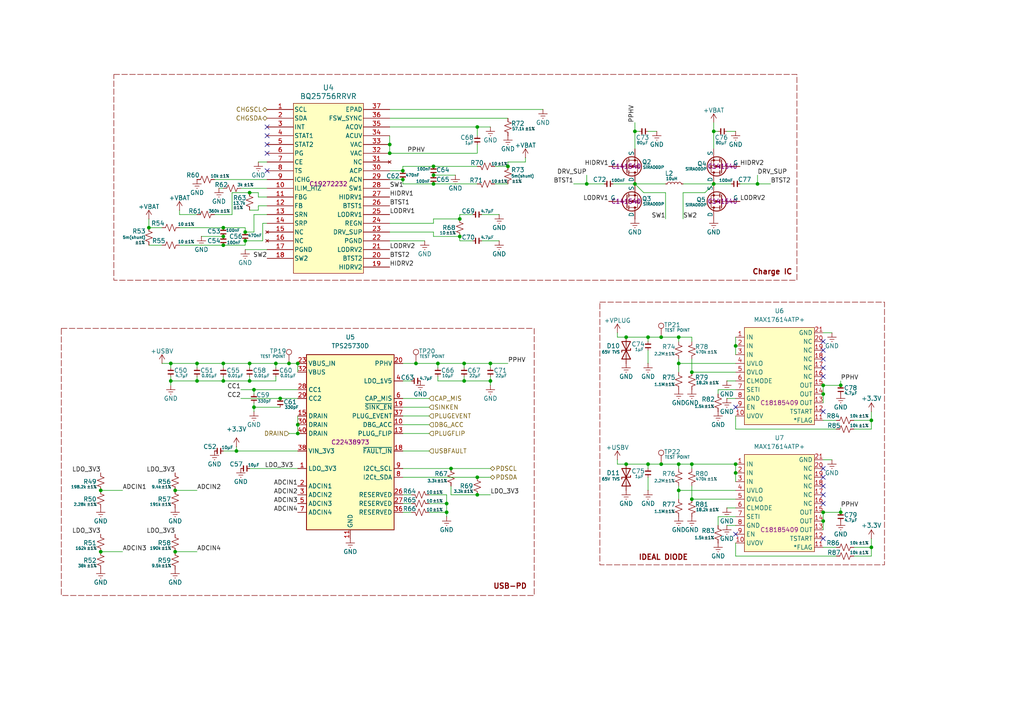
<source format=kicad_sch>
(kicad_sch (version 20250114) (generator "eeschema") (generator_version "9.0")
  (paper "A4")
  (rectangle (start 17.78 95.25) (end 154.94 172.72) (stroke (width 0) (type dash) (color 132 0 0 1)))
  (rectangle (start 33.02 21.59) (end 231.14 81.28) (stroke (width 0) (type dash) (color 132 0 0 1)))
  (rectangle (start 173.99 87.63) (end 256.54 163.83) (stroke (width 0) (type dash) (color 132 0 0 1)))
  (text "IDEAL DIODE" (at 199.644 161.798 0) (effects (font (size 1.524 1.524) (thickness 0.3048) (bold yes)) (justify right)))
  (text "USB-PD" (at 152.908 170.18 0) (effects (font (size 1.524 1.524) (thickness 0.3048) (bold yes)) (justify right)))
  (text "Charge IC" (at 229.87 78.994 0) (effects (font (size 1.524 1.524) (thickness 0.3048) (bold yes)) (justify right)))
  (junction (at 72.39 105.41))
  (junction (at 125.73 48.26))
  (junction (at 252.73 121.92))
  (junction (at 200.66 134.62))
  (junction (at 86.36 105.41))
  (junction (at 133.35 63.5))
  (junction (at 125.73 50.8))
  (junction (at 138.43 36.83))
  (junction (at 73.66 113.03))
  (junction (at 238.76 151.13))
  (junction (at 129.54 146.05))
  (junction (at 142.24 105.41))
  (junction (at 191.77 97.79))
  (junction (at 142.24 110.49))
  (junction (at 71.12 67.31))
  (junction (at 184.15 38.1))
  (junction (at 252.73 158.75))
  (junction (at 238.76 111.76))
  (junction (at 138.43 143.51))
  (junction (at 196.85 97.79))
  (junction (at 170.18 53.34))
  (junction (at 133.35 68.58))
  (junction (at 83.82 105.41))
  (junction (at 238.76 148.59))
  (junction (at 127 105.41))
  (junction (at 134.62 110.49))
  (junction (at 243.84 111.76))
  (junction (at 138.43 138.43))
  (junction (at 57.15 105.41))
  (junction (at 72.39 110.49))
  (junction (at 196.85 142.24))
  (junction (at 49.53 110.49))
  (junction (at 184.15 53.34))
  (junction (at 73.66 118.11))
  (junction (at 64.77 105.41))
  (junction (at 113.03 44.45))
  (junction (at 213.36 137.16))
  (junction (at 50.8 142.24))
  (junction (at 181.61 97.79))
  (junction (at 134.62 105.41))
  (junction (at 71.12 69.85))
  (junction (at 200.66 107.95))
  (junction (at 129.54 148.59))
  (junction (at 207.01 53.34))
  (junction (at 125.73 53.34))
  (junction (at 49.53 105.41))
  (junction (at 68.58 130.81))
  (junction (at 57.15 110.49))
  (junction (at 187.96 134.62))
  (junction (at 207.01 38.1))
  (junction (at 196.85 105.41))
  (junction (at 50.8 160.02))
  (junction (at 64.77 110.49))
  (junction (at 187.96 97.79))
  (junction (at 196.85 134.62))
  (junction (at 64.77 68.58))
  (junction (at 243.84 148.59))
  (junction (at 238.76 114.3))
  (junction (at 116.84 52.07))
  (junction (at 113.03 41.91))
  (junction (at 86.36 125.73))
  (junction (at 80.01 105.41))
  (junction (at 86.36 123.19))
  (junction (at 81.28 115.57))
  (junction (at 116.84 49.53))
  (junction (at 29.21 142.24))
  (junction (at 213.36 134.62))
  (junction (at 29.21 160.02))
  (junction (at 181.61 134.62))
  (junction (at 200.66 144.78))
  (junction (at 120.65 105.41))
  (junction (at 72.39 55.88))
  (junction (at 191.77 134.62))
  (junction (at 43.18 66.04))
  (junction (at 219.71 53.34))
  (junction (at 64.77 66.04))
  (junction (at 64.77 71.12))
  (junction (at 147.32 48.26))
  (junction (at 213.36 100.33))
  (junction (at 130.81 135.89))
  (no_connect (at 213.36 118.11))
  (no_connect (at 213.36 154.94))
  (no_connect (at 238.76 143.51))
  (no_connect (at 77.47 44.45))
  (no_connect (at 238.76 140.97))
  (no_connect (at 238.76 135.89))
  (no_connect (at 238.76 119.38))
  (no_connect (at 238.76 99.06))
  (no_connect (at 77.47 39.37))
  (no_connect (at 238.76 109.22))
  (no_connect (at 238.76 101.6))
  (no_connect (at 238.76 106.68))
  (no_connect (at 238.76 146.05))
  (no_connect (at 238.76 156.21))
  (no_connect (at 77.47 49.53))
  (no_connect (at 77.47 36.83))
  (no_connect (at 238.76 104.14))
  (no_connect (at 238.76 138.43))
  (no_connect (at 77.47 41.91))
  (wire (pts (xy 125.73 64.77) (xy 125.73 63.5)))
  (wire (pts (xy 64.77 130.81) (xy 68.58 130.81)))
  (wire (pts (xy 247.65 158.75) (xy 252.73 158.75)))
  (wire (pts (xy 113.03 67.31) (xy 125.73 67.31)))
  (wire (pts (xy 133.35 69.85) (xy 137.16 69.85)))
  (wire (pts (xy 238.76 111.76) (xy 243.84 111.76)))
  (wire (pts (xy 243.84 110.49) (xy 243.84 111.76)))
  (wire (pts (xy 130.81 135.89) (xy 142.24 135.89)))
  (wire (pts (xy 238.76 151.13) (xy 238.76 153.67)))
  (wire (pts (xy 50.8 160.02) (xy 57.15 160.02)))
  (wire (pts (xy 57.15 109.22) (xy 57.15 110.49)))
  (wire (pts (xy 80.01 109.22) (xy 80.01 110.49)))
  (wire (pts (xy 76.2 69.85) (xy 76.2 64.77)))
  (wire (pts (xy 208.28 38.1) (xy 207.01 38.1)))
  (wire (pts (xy 57.15 110.49) (xy 49.53 110.49)))
  (wire (pts (xy 198.12 55.88) (xy 198.12 63.5)))
  (wire (pts (xy 179.07 96.52) (xy 179.07 97.79)))
  (wire (pts (xy 120.65 105.41) (xy 127 105.41)))
  (wire (pts (xy 80.01 105.41) (xy 83.82 105.41)))
  (wire (pts (xy 138.43 143.51) (xy 142.24 143.51)))
  (wire (pts (xy 219.71 53.34) (xy 214.63 53.34)))
  (wire (pts (xy 113.03 44.45) (xy 138.43 44.45)))
  (wire (pts (xy 186.69 55.88) (xy 193.04 55.88)))
  (wire (pts (xy 142.24 105.41) (xy 142.24 106.68)))
  (wire (pts (xy 212.09 53.34) (xy 207.01 53.34)))
  (wire (pts (xy 213.36 97.79) (xy 213.36 100.33)))
  (wire (pts (xy 187.96 99.06) (xy 187.96 97.79)))
  (wire (pts (xy 77.47 59.69) (xy 74.93 59.69)))
  (wire (pts (xy 242.57 158.75) (xy 238.76 158.75)))
  (wire (pts (xy 124.46 146.05) (xy 129.54 146.05)))
  (wire (pts (xy 247.65 121.92) (xy 252.73 121.92)))
  (wire (pts (xy 76.2 64.77) (xy 77.47 64.77)))
  (wire (pts (xy 62.23 52.07) (xy 77.47 52.07)))
  (wire (pts (xy 124.46 148.59) (xy 129.54 148.59)))
  (wire (pts (xy 130.81 143.51) (xy 138.43 143.51)))
  (wire (pts (xy 213.36 147.32) (xy 210.82 147.32)))
  (wire (pts (xy 223.52 53.34) (xy 219.71 53.34)))
  (wire (pts (xy 152.4 45.72) (xy 152.4 46.99)))
  (wire (pts (xy 129.54 148.59) (xy 129.54 149.86)))
  (wire (pts (xy 86.36 120.65) (xy 86.36 123.19)))
  (wire (pts (xy 52.07 66.04) (xy 64.77 66.04)))
  (wire (pts (xy 184.15 38.1) (xy 184.15 43.18)))
  (wire (pts (xy 247.65 124.46) (xy 252.73 124.46)))
  (wire (pts (xy 238.76 148.59) (xy 243.84 148.59)))
  (wire (pts (xy 71.12 69.85) (xy 76.2 69.85)))
  (wire (pts (xy 113.03 41.91) (xy 113.03 44.45)))
  (wire (pts (xy 77.47 46.99) (xy 74.93 46.99)))
  (wire (pts (xy 207.01 35.56) (xy 207.01 38.1)))
  (wire (pts (xy 74.93 60.96) (xy 72.39 60.96)))
  (wire (pts (xy 181.61 134.62) (xy 187.96 134.62)))
  (wire (pts (xy 138.43 41.91) (xy 138.43 44.45)))
  (wire (pts (xy 190.5 38.1) (xy 187.96 38.1)))
  (wire (pts (xy 72.39 110.49) (xy 64.77 110.49)))
  (wire (pts (xy 63.5 54.61) (xy 64.77 54.61)))
  (wire (pts (xy 179.07 134.62) (xy 181.61 134.62)))
  (wire (pts (xy 69.85 54.61) (xy 77.47 54.61)))
  (wire (pts (xy 213.36 161.29) (xy 213.36 157.48)))
  (wire (pts (xy 86.36 123.19) (xy 86.36 125.73)))
  (wire (pts (xy 137.16 62.23) (xy 133.35 62.23)))
  (wire (pts (xy 49.53 105.41) (xy 49.53 106.68)))
  (wire (pts (xy 127 106.68) (xy 127 105.41)))
  (wire (pts (xy 71.12 67.31) (xy 73.66 67.31)))
  (wire (pts (xy 46.99 66.04) (xy 43.18 66.04)))
  (wire (pts (xy 198.12 53.34) (xy 207.01 53.34)))
  (wire (pts (xy 73.66 113.03) (xy 73.66 114.3)))
  (wire (pts (xy 143.51 48.26) (xy 147.32 48.26)))
  (wire (pts (xy 125.73 50.8) (xy 132.08 50.8)))
  (wire (pts (xy 71.12 67.31) (xy 71.12 66.04)))
  (wire (pts (xy 208.28 113.03) (xy 213.36 113.03)))
  (wire (pts (xy 252.73 156.21) (xy 252.73 158.75)))
  (wire (pts (xy 64.77 109.22) (xy 64.77 110.49)))
  (wire (pts (xy 113.03 49.53) (xy 116.84 49.53)))
  (wire (pts (xy 127 110.49) (xy 134.62 110.49)))
  (wire (pts (xy 116.84 135.89) (xy 130.81 135.89)))
  (wire (pts (xy 152.4 46.99) (xy 147.32 46.99)))
  (wire (pts (xy 187.96 134.62) (xy 191.77 134.62)))
  (wire (pts (xy 196.85 135.89) (xy 196.85 134.62)))
  (wire (pts (xy 207.01 53.34) (xy 204.47 55.88)))
  (wire (pts (xy 252.73 158.75) (xy 252.73 161.29)))
  (wire (pts (xy 77.47 57.15) (xy 74.93 57.15)))
  (wire (pts (xy 49.53 109.22) (xy 49.53 110.49)))
  (wire (pts (xy 142.24 110.49) (xy 142.24 111.76)))
  (wire (pts (xy 196.85 140.97) (xy 196.85 142.24)))
  (wire (pts (xy 64.77 110.49) (xy 57.15 110.49)))
  (wire (pts (xy 116.84 138.43) (xy 138.43 138.43)))
  (wire (pts (xy 196.85 142.24) (xy 213.36 142.24)))
  (wire (pts (xy 207.01 38.1) (xy 207.01 43.18)))
  (wire (pts (xy 113.03 52.07) (xy 116.84 52.07)))
  (wire (pts (xy 83.82 125.73) (xy 86.36 125.73)))
  (wire (pts (xy 210.82 115.57) (xy 213.36 115.57)))
  (wire (pts (xy 116.84 105.41) (xy 120.65 105.41)))
  (wire (pts (xy 29.21 142.24) (xy 35.56 142.24)))
  (wire (pts (xy 72.39 55.88) (xy 67.31 55.88)))
  (wire (pts (xy 43.18 63.5) (xy 43.18 66.04)))
  (wire (pts (xy 143.51 53.34) (xy 147.32 53.34)))
  (wire (pts (xy 125.73 67.31) (xy 125.73 68.58)))
  (wire (pts (xy 113.03 34.29) (xy 147.32 34.29)))
  (wire (pts (xy 52.07 60.96) (xy 52.07 62.23)))
  (wire (pts (xy 142.24 105.41) (xy 147.32 105.41)))
  (wire (pts (xy 50.8 142.24) (xy 57.15 142.24)))
  (wire (pts (xy 129.54 143.51) (xy 129.54 146.05)))
  (wire (pts (xy 196.85 104.14) (xy 196.85 105.41)))
  (wire (pts (xy 64.77 105.41) (xy 72.39 105.41)))
  (wire (pts (xy 124.46 130.81) (xy 116.84 130.81)))
  (wire (pts (xy 134.62 105.41) (xy 142.24 105.41)))
  (wire (pts (xy 64.77 71.12) (xy 71.12 71.12)))
  (wire (pts (xy 72.39 105.41) (xy 80.01 105.41)))
  (wire (pts (xy 124.46 125.73) (xy 116.84 125.73)))
  (wire (pts (xy 125.73 63.5) (xy 133.35 63.5)))
  (wire (pts (xy 46.99 105.41) (xy 49.53 105.41)))
  (wire (pts (xy 57.15 105.41) (xy 57.15 106.68)))
  (wire (pts (xy 68.58 129.54) (xy 68.58 130.81)))
  (wire (pts (xy 124.46 115.57) (xy 116.84 115.57)))
  (wire (pts (xy 119.38 143.51) (xy 116.84 143.51)))
  (wire (pts (xy 210.82 152.4) (xy 213.36 152.4)))
  (wire (pts (xy 64.77 105.41) (xy 64.77 106.68)))
  (wire (pts (xy 119.38 146.05) (xy 116.84 146.05)))
  (wire (pts (xy 213.36 124.46) (xy 213.36 120.65)))
  (wire (pts (xy 116.84 48.26) (xy 116.84 49.53)))
  (wire (pts (xy 196.85 97.79) (xy 200.66 97.79)))
  (wire (pts (xy 184.15 53.34) (xy 186.69 55.88)))
  (wire (pts (xy 187.96 142.24) (xy 187.96 138.43)))
  (wire (pts (xy 129.54 146.05) (xy 129.54 148.59)))
  (wire (pts (xy 241.3 133.35) (xy 238.76 133.35)))
  (wire (pts (xy 86.36 105.41) (xy 86.36 107.95)))
  (wire (pts (xy 138.43 36.83) (xy 138.43 39.37)))
  (wire (pts (xy 68.58 130.81) (xy 86.36 130.81)))
  (wire (pts (xy 138.43 36.83) (xy 142.24 36.83)))
  (wire (pts (xy 125.73 48.26) (xy 116.84 48.26)))
  (wire (pts (xy 49.53 110.49) (xy 49.53 111.76)))
  (wire (pts (xy 125.73 48.26) (xy 138.43 48.26)))
  (wire (pts (xy 71.12 72.39) (xy 77.47 72.39)))
  (wire (pts (xy 200.66 104.14) (xy 200.66 107.95)))
  (wire (pts (xy 73.66 113.03) (xy 86.36 113.03)))
  (wire (pts (xy 73.66 67.31) (xy 73.66 62.23)))
  (wire (pts (xy 124.46 118.11) (xy 116.84 118.11)))
  (wire (pts (xy 116.84 53.34) (xy 116.84 52.07)))
  (wire (pts (xy 74.93 55.88) (xy 72.39 55.88)))
  (wire (pts (xy 241.3 96.52) (xy 238.76 96.52)))
  (wire (pts (xy 179.07 133.35) (xy 179.07 134.62)))
  (wire (pts (xy 252.73 119.38) (xy 252.73 121.92)))
  (wire (pts (xy 69.85 115.57) (xy 81.28 115.57)))
  (wire (pts (xy 80.01 110.49) (xy 72.39 110.49)))
  (wire (pts (xy 124.46 123.19) (xy 116.84 123.19)))
  (wire (pts (xy 113.03 39.37) (xy 113.03 41.91)))
  (wire (pts (xy 52.07 71.12) (xy 64.77 71.12)))
  (wire (pts (xy 71.12 69.85) (xy 71.12 71.12)))
  (wire (pts (xy 213.36 100.33) (xy 213.36 102.87)))
  (wire (pts (xy 125.73 53.34) (xy 116.84 53.34)))
  (wire (pts (xy 119.38 148.59) (xy 116.84 148.59)))
  (wire (pts (xy 238.76 114.3) (xy 238.76 116.84)))
  (wire (pts (xy 187.96 105.41) (xy 187.96 101.6)))
  (wire (pts (xy 127 105.41) (xy 134.62 105.41)))
  (wire (pts (xy 200.66 134.62) (xy 213.36 134.62)))
  (wire (pts (xy 208.28 149.86) (xy 213.36 149.86)))
  (wire (pts (xy 184.15 35.56) (xy 184.15 38.1)))
  (wire (pts (xy 193.04 55.88) (xy 193.04 63.5)))
  (wire (pts (xy 179.07 97.79) (xy 181.61 97.79)))
  (wire (pts (xy 242.57 161.29) (xy 213.36 161.29)))
  (wire (pts (xy 123.19 69.85) (xy 113.03 69.85)))
  (wire (pts (xy 242.57 121.92) (xy 238.76 121.92)))
  (wire (pts (xy 125.73 53.34) (xy 138.43 53.34)))
  (wire (pts (xy 142.24 110.49) (xy 134.62 110.49)))
  (wire (pts (xy 187.96 135.89) (xy 187.96 134.62)))
  (wire (pts (xy 49.53 105.41) (xy 57.15 105.41)))
  (wire (pts (xy 170.18 50.8) (xy 170.18 53.34)))
  (wire (pts (xy 72.39 135.89) (xy 86.36 135.89)))
  (wire (pts (xy 124.46 143.51) (xy 129.54 143.51)))
  (wire (pts (xy 142.24 109.22) (xy 142.24 110.49)))
  (wire (pts (xy 213.36 134.62) (xy 213.36 137.16)))
  (wire (pts (xy 181.61 97.79) (xy 187.96 97.79)))
  (wire (pts (xy 134.62 105.41) (xy 134.62 106.68)))
  (wire (pts (xy 130.81 140.97) (xy 130.81 143.51)))
  (wire (pts (xy 200.66 97.79) (xy 200.66 99.06)))
  (wire (pts (xy 208.28 149.86) (xy 208.28 152.4)))
  (wire (pts (xy 177.8 53.34) (xy 184.15 53.34)))
  (wire (pts (xy 144.78 69.85) (xy 139.7 69.85)))
  (wire (pts (xy 191.77 134.62) (xy 196.85 134.62)))
  (wire (pts (xy 72.39 109.22) (xy 72.39 110.49)))
  (wire (pts (xy 144.78 62.23) (xy 139.7 62.23)))
  (wire (pts (xy 238.76 111.76) (xy 238.76 114.3)))
  (wire (pts (xy 74.93 59.69) (xy 74.93 60.96)))
  (wire (pts (xy 213.36 110.49) (xy 210.82 110.49)))
  (wire (pts (xy 238.76 148.59) (xy 238.76 151.13)))
  (wire (pts (xy 243.84 147.32) (xy 243.84 148.59)))
  (wire (pts (xy 73.66 62.23) (xy 77.47 62.23)))
  (wire (pts (xy 242.57 124.46) (xy 213.36 124.46)))
  (wire (pts (xy 196.85 144.78) (xy 196.85 142.24)))
  (wire (pts (xy 46.99 71.12) (xy 43.18 71.12)))
  (wire (pts (xy 213.36 137.16) (xy 213.36 139.7)))
  (wire (pts (xy 198.12 55.88) (xy 204.47 55.88)))
  (wire (pts (xy 113.03 36.83) (xy 138.43 36.83)))
  (wire (pts (xy 64.77 66.04) (xy 71.12 66.04)))
  (wire (pts (xy 219.71 50.8) (xy 219.71 53.34)))
  (wire (pts (xy 69.85 113.03) (xy 73.66 113.03)))
  (wire (pts (xy 196.85 134.62) (xy 200.66 134.62)))
  (wire (pts (xy 74.93 55.88) (xy 74.93 57.15)))
  (wire (pts (xy 83.82 105.41) (xy 86.36 105.41)))
  (wire (pts (xy 81.28 115.57) (xy 86.36 115.57)))
  (wire (pts (xy 52.07 62.23) (xy 57.15 62.23)))
  (wire (pts (xy 252.73 121.92) (xy 252.73 124.46)))
  (wire (pts (xy 133.35 62.23) (xy 133.35 63.5)))
  (wire (pts (xy 127 109.22) (xy 127 110.49)))
  (wire (pts (xy 57.15 105.41) (xy 64.77 105.41)))
  (wire (pts (xy 133.35 68.58) (xy 133.35 69.85)))
  (wire (pts (xy 64.77 68.58) (xy 58.42 68.58)))
  (wire (pts (xy 191.77 97.79) (xy 196.85 97.79)))
  (wire (pts (xy 196.85 105.41) (xy 213.36 105.41)))
  (wire (pts (xy 67.31 55.88) (xy 67.31 62.23)))
  (wire (pts (xy 125.73 68.58) (xy 133.35 68.58)))
  (wire (pts (xy 125.73 64.77) (xy 113.03 64.77)))
  (wire (pts (xy 200.66 144.78) (xy 213.36 144.78)))
  (wire (pts (xy 134.62 109.22) (xy 134.62 110.49)))
  (wire (pts (xy 200.66 107.95) (xy 213.36 107.95)))
  (wire (pts (xy 147.32 46.99) (xy 147.32 48.26)))
  (wire (pts (xy 187.96 97.79) (xy 191.77 97.79)))
  (wire (pts (xy 73.66 116.84) (xy 73.66 118.11)))
  (wire (pts (xy 200.66 140.97) (xy 200.66 144.78)))
  (wire (pts (xy 247.65 161.29) (xy 252.73 161.29)))
  (wire (pts (xy 119.38 110.49) (xy 116.84 110.49)))
  (wire (pts (xy 29.21 160.02) (xy 35.56 160.02)))
  (wire (pts (xy 157.48 31.75) (xy 113.03 31.75)))
  (wire (pts (xy 170.18 53.34) (xy 175.26 53.34)))
  (wire (pts (xy 124.46 120.65) (xy 116.84 120.65)))
  (wire (pts (xy 138.43 138.43) (xy 142.24 138.43)))
  (wire (pts (xy 196.85 99.06) (xy 196.85 97.79)))
  (wire (pts (xy 184.15 53.34) (xy 193.04 53.34)))
  (wire (pts (xy 208.28 113.03) (xy 208.28 114.3)))
  (wire (pts (xy 200.66 134.62) (xy 200.66 135.89)))
  (wire (pts (xy 166.37 53.34) (xy 170.18 53.34)))
  (wire (pts (xy 80.01 106.68) (xy 80.01 105.41)))
  (wire (pts (xy 196.85 105.41) (xy 196.85 107.95)))
  (wire (pts (xy 72.39 105.41) (xy 72.39 106.68)))
  (wire (pts (xy 62.23 62.23) (xy 67.31 62.23)))
  (wire (pts (xy 73.66 118.11) (xy 81.28 118.11)))
  (wire (pts (xy 185.42 38.1) (xy 184.15 38.1)))
  (wire (pts (xy 73.66 118.11) (xy 73.66 119.38)))
  (wire (pts (xy 213.36 38.1) (xy 210.82 38.1)))
  (label "BTST1" (at 113.03 59.69 0))
  (label "LDO_3V3" (at 85.09 135.89 180))
  (label "PPHV" (at 118.11 44.45 0) (effects (font (thickness 0.1588))))
  (label "SW1" (at 193.04 63.5 180))
  (label "SW2" (at 198.12 63.5 0))
  (label "BTST2" (at 223.52 53.34 0))
  (label "SW2" (at 77.47 74.93 180))
  (label "LDO_3V3" (at 142.24 143.51 0))
  (label "LODRV2" (at 214.63 58.42 0))
  (label "ADCIN4" (at 57.15 160.02 0))
  (label "ADCIN1" (at 35.56 142.24 0))
  (label "BTST1" (at 166.37 53.34 180))
  (label "HIDRV1" (at 176.53 48.26 180))
  (label "HIDRV2" (at 214.63 48.26 0))
  (label "LODRV1" (at 176.53 58.42 180))
  (label "HIDRV1" (at 113.03 57.15 0))
  (label "PPHV" (at 184.15 35.56 90) (effects (font (thickness 0.1588))))
  (label "LDO_3V3" (at 29.21 137.16 180))
  (label "CC1" (at 69.85 113.03 180))
  (label "PPHV" (at 243.84 147.32 0) (effects (font (thickness 0.1588))))
  (label "ADCIN3" (at 35.56 160.02 0))
  (label "HIDRV2" (at 113.03 77.47 0))
  (label "ADCIN1" (at 86.36 140.97 180))
  (label "LDO_3V3" (at 29.21 154.94 180))
  (label "LODRV1" (at 113.03 62.23 0))
  (label "CC2" (at 69.85 115.57 180))
  (label "ADCIN2" (at 57.15 142.24 0))
  (label "SW1" (at 113.03 54.61 0))
  (label "PPHV" (at 243.84 110.49 0) (effects (font (thickness 0.1588))))
  (label "LODRV2" (at 113.03 72.39 0))
  (label "ADCIN3" (at 86.36 146.05 180))
  (label "BTST2" (at 113.03 74.93 0))
  (label "ADCIN2" (at 86.36 143.51 180))
  (label "PPHV" (at 147.32 105.41 0) (effects (font (thickness 0.1588))))
  (label "DRV_SUP" (at 170.18 50.8 180))
  (label "ADCIN4" (at 86.36 148.59 180))
  (label "LDO_3V3" (at 50.8 154.94 180))
  (label "DRV_SUP" (at 219.71 50.8 0))
  (label "LDO_3V3" (at 50.8 137.16 180))
  (hierarchical_label "CAP_MIS" (shape input) (at 124.46 115.57 0))
  (hierarchical_label "CHGSDA" (shape bidirectional) (at 77.47 34.29 180))
  (hierarchical_label "DRAIN" (shape input) (at 83.82 125.73 180))
  (hierarchical_label "PDSDA" (shape bidirectional) (at 142.24 138.43 0) (effects (font (thickness 0.1588))))
  (hierarchical_label "PLUGEVENT" (shape input) (at 124.46 120.65 0))
  (hierarchical_label "USBFAULT" (shape input) (at 124.46 130.81 0))
  (hierarchical_label "PLUGFLIP" (shape input) (at 124.46 125.73 0))
  (hierarchical_label "PDSCL" (shape bidirectional) (at 142.24 135.89 0) (effects (font (thickness 0.1588))))
  (hierarchical_label "CHGSCL" (shape bidirectional) (at 77.47 31.75 180))
  (hierarchical_label "SINKEN" (shape input) (at 124.46 118.11 0))
  (hierarchical_label "DBG_ACC" (shape input) (at 124.46 123.19 0))
  (symbol (lib_name "C_Small_1") (lib_id "Device:C_Small") (at 72.39 107.95 180) (unit 1)
    (property "Reference" "C58" (at 77.216 107.442 0) (effects (justify left)))
    (property "Value" "0.01µF" (at 78.232 108.966 0) (effects (font (size 0.8467 0.8467)) (justify left)))
    (property "Footprint" "Capacitor_SMD:C_0402_1005Metric" (effects (hide yes)))
    (property "Description" "Unpolarized capacitor, small symbol" (effects (hide yes)))
  )
  (symbol (lib_id "power:Earth") (at 208.28 157.48 0) (mirror y) (unit 1)
    (property "Reference" "#PWR094" (effects (hide yes)))
    (property "Value" "GND" (at 208.28 161.29 0))
    (property "Description" "Power symbol creates a global label with name \"Earth\"" (effects (hide yes)))
  )
  (symbol (lib_id "power:Earth") (at 62.23 130.81 0) (unit 1)
    (property "Reference" "#PWR060" (effects (hide yes)))
    (property "Value" "GND" (at 62.23 134.62 0))
    (property "Description" "Power symbol creates a global label with name \"Earth\"" (effects (hide yes)))
  )
  (symbol (lib_id "power:Earth") (at 129.54 149.86 0) (unit 1)
    (property "Reference" "#PWR070" (effects (hide yes)))
    (property "Value" "GND" (at 129.54 153.67 0))
    (property "Description" "Power symbol creates a global label with name \"Earth\"" (effects (hide yes)))
  )
  (symbol (lib_id "Device:R_Small_US") (at 245.11 161.29 90) (unit 1)
    (property "Reference" "R87" (at 243.84 160.274 90) (effects (justify left)))
    (property "Value" "10k" (at 248.92 160.274 90) (effects (font (size 0.8467 0.8467)) (justify left)))
    (property "Footprint" "Resistor_SMD:R_0402_1005Metric" (effects (hide yes)))
    (property "Description" "Resistor, small US symbol" (effects (hide yes)))
    (property "Tolerance" "±1%" (at 251.968 160.274 90) (effects (font (size 0.8467 0.8467)) (justify left)))
  )
  (symbol (lib_id "Device:R_Small_US") (at 29.21 162.56 0) (unit 1)
    (property "Reference" "R52" (at 24.13 162.56 0) (effects (justify left)))
    (property "Value" "38k" (at 22.606 164.084 0) (effects (font (size 0.8467 0.8467)) (justify left)))
    (property "Footprint" "Resistor_SMD:R_0402_1005Metric" (effects (hide yes)))
    (property "Description" "Resistor, small US symbol" (effects (hide yes)))
    (property "Tolerance" "±1%" (at 25.146 164.084 0) (effects (font (size 0.8467 0.8467)) (justify left)))
  )
  (symbol (lib_id "power:Earth") (at 187.96 142.24 0) (mirror y) (unit 1)
    (property "Reference" "#PWR085" (effects (hide yes)))
    (property "Value" "GND" (at 187.96 146.05 0))
    (property "Description" "Power symbol creates a global label with name \"Earth\"" (effects (hide yes)))
  )
  (symbol (lib_name "C_Small_1") (lib_id "Device:C_Small") (at 187.96 100.33 0) (mirror x) (unit 1)
    (property "Reference" "C74" (at 183.134 99.822 0) (effects (justify left)))
    (property "Value" "1µF" (at 184.15 101.346 0) (effects (font (size 0.8467 0.8467)) (justify left)))
    (property "Footprint" "Capacitor_SMD:C_0402_1005Metric" (effects (hide yes)))
    (property "Description" "Unpolarized capacitor, small symbol" (effects (hide yes)))
  )
  (symbol (lib_name "C_Small_1") (lib_id "Device:C_Small") (at 187.96 137.16 0) (mirror x) (unit 1)
    (property "Reference" "C75" (at 183.134 136.652 0) (effects (justify left)))
    (property "Value" "1µF" (at 184.15 138.176 0) (effects (font (size 0.8467 0.8467)) (justify left)))
    (property "Footprint" "Capacitor_SMD:C_0402_1005Metric" (effects (hide yes)))
    (property "Description" "Unpolarized capacitor, small symbol" (effects (hide yes)))
  )
  (symbol (lib_name "C_Small_1") (lib_id "Device:C_Small") (at 138.43 40.64 180) (unit 1)
    (property "Reference" "C68" (at 137.414 39.878 0) (effects (justify left)))
    (property "Value" "1µF" (at 137.414 41.402 0) (effects (font (size 0.8467 0.8467)) (justify left)))
    (property "Footprint" "Capacitor_SMD:C_0402_1005Metric" (effects (hide yes)))
    (property "Description" "Unpolarized capacitor, small symbol" (effects (hide yes)))
  )
  (symbol (lib_id "power:Earth") (at 200.66 113.03 0) (mirror y) (unit 1)
    (property "Reference" "#PWR089" (effects (hide yes)))
    (property "Value" "GND" (at 200.66 116.84 0))
    (property "Description" "Power symbol creates a global label with name \"Earth\"" (effects (hide yes)))
  )
  (symbol (lib_id "power:Earth") (at 208.28 119.38 0) (mirror y) (unit 1)
    (property "Reference" "#PWR093" (effects (hide yes)))
    (property "Value" "GND" (at 208.28 123.19 0))
    (property "Description" "Power symbol creates a global label with name \"Earth\"" (effects (hide yes)))
  )
  (symbol (lib_name "C_Small_1") (lib_id "Device:C_Small") (at 138.43 69.85 270) (unit 1)
    (property "Reference" "C70" (at 133.858 68.834 90) (effects (justify left)))
    (property "Value" "4.7µF" (at 139.446 68.834 90) (effects (font (size 0.8467 0.8467)) (justify left)))
    (property "Footprint" "Capacitor_SMD:C_0402_1005Metric" (effects (hide yes)))
    (property "Description" "Unpolarized capacitor, small symbol" (effects (hide yes)))
  )
  (symbol (lib_id "Device:R_Small_US") (at 130.81 138.43 0) (unit 1)
    (property "Reference" "R67" (at 125.984 137.414 0) (effects (justify left)))
    (property "Value" "3.3k" (at 123.952 139.446 0) (effects (font (size 0.8467 0.8467)) (justify left)))
    (property "Footprint" "Resistor_SMD:R_0402_1005Metric" (effects (hide yes)))
    (property "Description" "Resistor, small US symbol" (effects (hide yes)))
    (property "Tolerance" "±1%" (at 126.746 139.446 0) (effects (font (size 0.8467 0.8467)) (justify left)))
  )
  (symbol (lib_id "power:Earth") (at 101.6 156.21 0) (unit 1)
    (property "Reference" "#PWR067" (effects (hide yes)))
    (property "Value" "GND" (at 101.6 160.02 0))
    (property "Description" "Power symbol creates a global label with name \"Earth\"" (effects (hide yes)))
  )
  (symbol (lib_name "C_Small_1") (lib_id "Device:C_Small") (at 120.65 110.49 90) (mirror x) (unit 1)
    (property "Reference" "C63" (at 120.142 109.474 90) (effects (justify left)))
    (property "Value" "4.7µF" (at 125.476 109.728 90) (effects (font (size 0.8467 0.8467)) (justify left)))
    (property "Footprint" "Capacitor_SMD:C_0402_1005Metric" (effects (hide yes)))
    (property "Description" "Unpolarized capacitor, small symbol" (effects (hide yes)))
  )
  (symbol (lib_id "power:Earth") (at 181.61 105.41 0) (mirror y) (unit 1)
    (property "Reference" "#PWR081" (effects (hide yes)))
    (property "Value" "GND" (at 181.61 109.22 0))
    (property "Description" "Power symbol creates a global label with name \"Earth\"" (effects (hide yes)))
  )
  (symbol (lib_id "components:MAX17614ATP+") (at 226.06 153.67 0) (unit 1)
    (property "Reference" "U7" (at 226.06 127 0))
    (property "Value" "MAX17614ATP+" (at 226.06 129.54 0))
    (property "Footprint" "Package_DFN_QFN:TQFN-20-1EP_4x4mm_P0.5mm_EP2.7x2.7mm" (effects (hide yes)))
    (property "Datasheet" "https://www.lcsc.com/datasheet/lcsc_datasheet_2501081103_Analog-Devices-Inc--Maxim-Integrated-MAX17614ATP-_C18185409.pdf" (effects (hide yes)))
    (property "MPN" "C18185409" (at 226.06 153.67 0))
  )
  (symbol (lib_id "Device:R_Small_US") (at 208.28 116.84 0) (unit 1)
    (property "Reference" "R82" (at 203.454 115.824 0) (effects (justify left)))
    (property "Value" "1.5k" (at 201.422 117.856 0) (effects (font (size 0.8467 0.8467)) (justify left)))
    (property "Footprint" "Resistor_SMD:R_0402_1005Metric" (effects (hide yes)))
    (property "Description" "Resistor, small US symbol" (effects (hide yes)))
    (property "Tolerance" "±1%" (at 204.216 117.856 0) (effects (font (size 0.8467 0.8467)) (justify left)))
  )
  (symbol (lib_name "C_Small_1") (lib_id "Device:C_Small") (at 243.84 149.86 180) (unit 1)
    (property "Reference" "C79" (at 248.666 149.352 0) (effects (justify left)))
    (property "Value" "4.7µF" (at 248.666 150.876 0) (effects (font (size 0.8467 0.8467)) (justify left)))
    (property "Footprint" "Capacitor_SMD:C_0402_1005Metric" (effects (hide yes)))
    (property "Description" "Unpolarized capacitor, small symbol" (effects (hide yes)))
  )
  (symbol (lib_id "Device:R_Small_US") (at 29.21 144.78 0) (unit 1)
    (property "Reference" "R50" (at 24.13 144.78 0) (effects (justify left)))
    (property "Value" "2.28k" (at 21.336 146.304 0) (effects (font (size 0.8467 0.8467)) (justify left)))
    (property "Footprint" "Resistor_SMD:R_0402_1005Metric" (effects (hide yes)))
    (property "Description" "Resistor, small US symbol" (effects (hide yes)))
    (property "Tolerance" "±1%" (at 25.146 146.304 0) (effects (font (size 0.8467 0.8467)) (justify left)))
  )
  (symbol (lib_id "Device:R_Small_US") (at 200.66 110.49 0) (mirror y) (unit 1)
    (property "Reference" "R79" (at 205.486 109.474 0) (effects (justify left)))
    (property "Value" "18.2k" (at 205.486 110.998 0) (effects (font (size 0.8467 0.8467)) (justify left)))
    (property "Footprint" "Resistor_SMD:R_0402_1005Metric" (effects (hide yes)))
    (property "Description" "Resistor, small US symbol" (effects (hide yes)))
    (property "Tolerance" "±1%" (at 208.534 110.998 0) (effects (font (size 0.8467 0.8467)) (justify left)))
  )
  (symbol (lib_id "Device:R_Small_US") (at 208.28 154.94 0) (unit 1)
    (property "Reference" "R83" (at 203.454 153.924 0) (effects (justify left)))
    (property "Value" "1.5k" (at 201.422 155.956 0) (effects (font (size 0.8467 0.8467)) (justify left)))
    (property "Footprint" "Resistor_SMD:R_0402_1005Metric" (effects (hide yes)))
    (property "Description" "Resistor, small US symbol" (effects (hide yes)))
    (property "Tolerance" "±1%" (at 204.216 155.956 0) (effects (font (size 0.8467 0.8467)) (justify left)))
  )
  (symbol (lib_id "power:+3.3V") (at 252.73 156.21 0) (unit 1)
    (property "Reference" "#PWR0105" (effects (hide yes)))
    (property "Value" "+3.3V" (at 252.73 152.4 0))
    (property "Description" "Power symbol creates a global label with name \"+3.3V\"" (effects (hide yes)))
  )
  (symbol (lib_id "Simulation_SPICE:NMOS") (at 181.61 48.26 0) (mirror x) (unit 1)
    (property "Reference" "Q2" (at 186.182 46.99 0) (effects (justify left)))
    (property "Value" "SiRA00DP" (at 186.436 48.514 0) (effects (font (size 0.8467 0.8467)) (justify left)))
    (property "Footprint" "Package_SO:PowerPAK_SO-8_Single" (effects (hide yes)))
    (property "Datasheet" "https://www.vishay.com/docs/63780/sira00dp.pdf" (effects (hide yes)))
    (property "Description" "N-MOSFET transistor, drain/source/gate" (effects (hide yes)))
    (property "Sim.Device" "NMOS" (effects (hide yes)))
    (property "Sim.Type" "VDMOS" (effects (hide yes)))
    (property "Sim.Pins" "1=D 2=G 3=S" (effects (hide yes)))
    (property "MPN" "C141540" (at 181.61 48.26 0))
  )
  (symbol (lib_id "Device:D_TVS") (at 181.61 101.6 270) (mirror x) (unit 1)
    (property "Reference" "D10" (at 179.832 100.3299 90) (effects (justify right)))
    (property "Value" "65V TVS" (at 179.832 102.108 90) (effects (font (size 0.8467 0.8467)) (justify right)))
    (property "Footprint" "Diode_SMD:D_0402_1005Metric" (effects (hide yes)))
    (property "Description" "Bidirectional transient-voltage-suppression diode" (effects (hide yes)))
    (property "LCSC#" "C1973257" (effects (hide yes)))
  )
  (symbol (lib_id "power:+5V") (at 43.18 63.5 0) (unit 1)
    (property "Reference" "#PWR052" (effects (hide yes)))
    (property "Value" "+VBAT" (at 43.18 59.944 0))
    (property "Description" "Power symbol creates a global label with name \"+5V\"" (effects (hide yes)))
  )
  (symbol (lib_name "C_Small_1") (lib_id "Device:C_Small") (at 213.36 53.34 90) (mirror x) (unit 1)
    (property "Reference" "C77" (at 217.932 52.07 90) (effects (justify left)))
    (property "Value" "100nF" (at 212.598 52.324 90) (effects (font (size 0.8467 0.8467)) (justify left)))
    (property "Footprint" "Capacitor_SMD:C_0402_1005Metric" (effects (hide yes)))
    (property "Description" "Unpolarized capacitor, small symbol" (effects (hide yes)))
  )
  (symbol (lib_id "Device:R_Small_US") (at 200.66 101.6 0) (mirror y) (unit 1)
    (property "Reference" "R78" (at 205.486 100.584 0) (effects (justify left)))
    (property "Value" "470k" (at 204.978 102.108 0) (effects (font (size 0.8467 0.8467)) (justify left)))
    (property "Footprint" "Resistor_SMD:R_0402_1005Metric" (effects (hide yes)))
    (property "Description" "Resistor, small US symbol" (effects (hide yes)))
    (property "Tolerance" "±1%" (at 208.026 102.108 0) (effects (font (size 0.8467 0.8467)) (justify left)))
  )
  (symbol (lib_id "power:Earth") (at 157.48 31.75 0) (unit 1)
    (property "Reference" "#PWR078" (effects (hide yes)))
    (property "Value" "GND" (at 157.48 35.56 0))
    (property "Description" "Power symbol creates a global label with name \"Earth\"" (effects (hide yes)))
  )
  (symbol (lib_id "Device:R_Small_US") (at 50.8 139.7 0) (unit 1)
    (property "Reference" "R56" (at 45.72 139.7 0) (effects (justify left)))
    (property "Value" "9.4k" (at 43.942 141.224 0) (effects (font (size 0.8467 0.8467)) (justify left)))
    (property "Footprint" "Resistor_SMD:R_0402_1005Metric" (effects (hide yes)))
    (property "Description" "Resistor, small US symbol" (effects (hide yes)))
    (property "Tolerance" "±1%" (at 46.736 141.224 0) (effects (font (size 0.8467 0.8467)) (justify left)))
  )
  (symbol (lib_name "C_Small_1") (lib_id "Device:C_Small") (at 71.12 68.58 180) (unit 1)
    (property "Reference" "C56" (at 70.358 68.58 0) (effects (justify left)))
    (property "Value" "470nF" (at 75.946 68.326 0) (effects (font (size 0.8467 0.8467)) (justify left)))
    (property "Footprint" "Capacitor_SMD:C_0402_1005Metric" (effects (hide yes)))
    (property "Description" "Unpolarized capacitor, small symbol" (effects (hide yes)))
  )
  (symbol (lib_id "components:MAX17614ATP+") (at 226.06 116.84 0) (unit 1)
    (property "Reference" "U6" (at 226.06 90.17 0))
    (property "Value" "MAX17614ATP+" (at 226.06 92.71 0))
    (property "Footprint" "Package_DFN_QFN:TQFN-20-1EP_4x4mm_P0.5mm_EP2.7x2.7mm" (effects (hide yes)))
    (property "Datasheet" "https://www.lcsc.com/datasheet/lcsc_datasheet_2501081103_Analog-Devices-Inc--Maxim-Integrated-MAX17614ATP-_C18185409.pdf" (effects (hide yes)))
    (property "MPN" "C18185409" (at 226.06 116.84 0))
  )
  (symbol (lib_id "Device:R_Small_US") (at 59.69 62.23 270) (unit 1)
    (property "Reference" "R61" (at 54.61 61.214 90) (effects (justify left)))
    (property "Value" "360k" (at 60.452 61.214 90) (effects (font (size 0.8467 0.8467)) (justify left)))
    (property "Footprint" "Resistor_SMD:R_0402_1005Metric" (effects (hide yes)))
    (property "Description" "Resistor, small US symbol" (effects (hide yes)))
    (property "Tolerance" "±1%" (at 63.754 61.214 90) (effects (font (size 0.8467 0.8467)) (justify left)))
  )
  (symbol (lib_id "power:+5V") (at 179.07 96.52 0) (unit 1)
    (property "Reference" "#PWR079" (effects (hide yes)))
    (property "Value" "+VPLUG" (at 179.07 92.964 0))
    (property "Description" "Power symbol creates a global label with name \"+5V\"" (effects (hide yes)))
  )
  (symbol (lib_id "power:Earth") (at 74.93 46.99 0) (unit 1)
    (property "Reference" "#PWR066" (effects (hide yes)))
    (property "Value" "GND" (at 74.93 50.8 0))
    (property "Description" "Power symbol creates a global label with name \"Earth\"" (effects (hide yes)))
  )
  (symbol (lib_id "Device:R_Small_US") (at 50.8 144.78 0) (unit 1)
    (property "Reference" "R57" (at 45.72 144.78 0) (effects (justify left)))
    (property "Value" "191k" (at 43.434 146.304 0) (effects (font (size 0.8467 0.8467)) (justify left)))
    (property "Footprint" "Resistor_SMD:R_0402_1005Metric" (effects (hide yes)))
    (property "Description" "Resistor, small US symbol" (effects (hide yes)))
    (property "Tolerance" "±1%" (at 46.736 146.304 0) (effects (font (size 0.8467 0.8467)) (justify left)))
  )
  (symbol (lib_id "Device:R_Small_US") (at 147.32 36.83 180) (unit 1)
    (property "Reference" "R72" (at 152.146 35.814 0) (effects (justify left)))
    (property "Value" "57.1k" (at 152.146 37.338 0) (effects (font (size 0.8467 0.8467)) (justify left)))
    (property "Footprint" "Resistor_SMD:R_0402_1005Metric" (effects (hide yes)))
    (property "Description" "Resistor, small US symbol" (effects (hide yes)))
    (property "Tolerance" "±1%" (at 155.194 37.338 0) (effects (font (size 0.8467 0.8467)) (justify left)))
  )
  (symbol (lib_id "Connector:TestPoint") (at 191.77 97.79 0) (unit 1)
    (property "Reference" "TP21" (at 192.532 94.234 0) (effects (justify left)))
    (property "Value" "TEST POINT" (at 192.786 95.758 0) (effects (font (size 0.8467 0.8467)) (justify left)))
    (property "Description" "test point" (effects (hide yes)))
  )
  (symbol (lib_id "Device:R_Small_US") (at 200.66 138.43 0) (mirror y) (unit 1)
    (property "Reference" "R80" (at 205.486 137.414 0) (effects (justify left)))
    (property "Value" "470k" (at 204.978 138.938 0) (effects (font (size 0.8467 0.8467)) (justify left)))
    (property "Footprint" "Resistor_SMD:R_0402_1005Metric" (effects (hide yes)))
    (property "Description" "Resistor, small US symbol" (effects (hide yes)))
    (property "Tolerance" "±1%" (at 208.026 138.938 0) (effects (font (size 0.8467 0.8467)) (justify left)))
  )
  (symbol (lib_id "Device:R_Small_US") (at 196.85 101.6 0) (unit 1)
    (property "Reference" "R74" (at 192.024 100.584 0) (effects (justify left)))
    (property "Value" "2.2M" (at 189.738 102.616 0) (effects (font (size 0.8467 0.8467)) (justify left)))
    (property "Footprint" "Resistor_SMD:R_0402_1005Metric" (effects (hide yes)))
    (property "Description" "Resistor, small US symbol" (effects (hide yes)))
    (property "Tolerance" "±1%" (at 192.786 102.616 0) (effects (font (size 0.8467 0.8467)) (justify left)))
  )
  (symbol (lib_id "power:Earth") (at 142.24 36.83 0) (unit 1)
    (property "Reference" "#PWR072" (effects (hide yes)))
    (property "Value" "GND" (at 142.24 40.64 0))
    (property "Description" "Power symbol creates a global label with name \"Earth\"" (effects (hide yes)))
  )
  (symbol (lib_id "Device:R_Small_US") (at 72.39 58.42 0) (unit 1)
    (property "Reference" "R63" (at 67.564 57.404 0) (effects (justify left)))
    (property "Value" "13.7k" (at 67.564 58.928 0) (effects (font (size 0.8467 0.8467)) (justify left)))
    (property "Footprint" "Resistor_SMD:R_0402_1005Metric" (effects (hide yes)))
    (property "Description" "Resistor, small US symbol" (effects (hide yes)))
    (property "Tolerance" "±1%" (at 67.564 60.198 0) (effects (font (size 0.8467 0.8467)) (justify left)))
  )
  (symbol (lib_name "C_Small_1") (lib_id "Device:C_Small") (at 116.84 50.8 0) (unit 1)
    (property "Reference" "C62" (at 112.014 51.054 0) (effects (justify left)))
    (property "Value" "470nF" (at 117.602 50.8 0) (effects (font (size 0.8467 0.8467)) (justify left)))
    (property "Footprint" "Capacitor_SMD:C_0402_1005Metric" (effects (hide yes)))
    (property "Description" "Unpolarized capacitor, small symbol" (effects (hide yes)))
  )
  (symbol (lib_id "power:Earth") (at 243.84 114.3 0) (mirror y) (unit 1)
    (property "Reference" "#PWR0102" (effects (hide yes)))
    (property "Value" "GND" (at 243.84 118.11 0))
    (property "Description" "Power symbol creates a global label with name \"Earth\"" (effects (hide yes)))
  )
  (symbol (lib_id "power:Earth") (at 243.84 151.13 0) (mirror y) (unit 1)
    (property "Reference" "#PWR0103" (effects (hide yes)))
    (property "Value" "GND" (at 243.84 154.94 0))
    (property "Description" "Power symbol creates a global label with name \"Earth\"" (effects (hide yes)))
  )
  (symbol (lib_id "Device:R_Small_US") (at 49.53 71.12 90) (unit 1)
    (property "Reference" "R55" (at 48.006 69.85 90) (effects (justify left)))
    (property "Value" "10" (at 53.34 70.104 90) (effects (font (size 0.8467 0.8467)) (justify left)))
    (property "Footprint" "Resistor_SMD:R_0402_1005Metric" (effects (hide yes)))
    (property "Description" "Resistor, small US symbol" (effects (hide yes)))
    (property "Tolerance" "±1%" (at 56.388 70.104 90) (effects (font (size 0.8467 0.8467)) (justify left)))
  )
  (symbol (lib_id "power:+5V") (at 152.4 45.72 0) (unit 1)
    (property "Reference" "#PWR077" (effects (hide yes)))
    (property "Value" "+VBAT" (at 152.4 42.164 0))
    (property "Description" "Power symbol creates a global label with name \"+5V\"" (effects (hide yes)))
  )
  (symbol (lib_name "C_Small_1") (lib_id "Device:C_Small") (at 142.24 107.95 180) (unit 1)
    (property "Reference" "C71" (at 147.066 107.442 0) (effects (justify left)))
    (property "Value" "22µF" (at 147.066 108.966 0) (effects (font (size 0.8467 0.8467)) (justify left)))
    (property "Footprint" "Capacitor_SMD:C_0402_1005Metric" (effects (hide yes)))
    (property "Description" "Unpolarized capacitor, small symbol" (effects (hide yes)))
  )
  (symbol (lib_id "power:Earth") (at 132.08 50.8 0) (mirror y) (unit 1)
    (property "Reference" "#PWR071" (effects (hide yes)))
    (property "Value" "GND" (at 132.08 54.61 0))
    (property "Description" "Power symbol creates a global label with name \"Earth\"" (effects (hide yes)))
  )
  (symbol (lib_name "C_Small_1") (lib_id "Device:C_Small") (at 64.77 107.95 180) (unit 1)
    (property "Reference" "C55" (at 69.596 107.442 0) (effects (justify left)))
    (property "Value" "0.01µF" (at 70.612 108.966 0) (effects (font (size 0.8467 0.8467)) (justify left)))
    (property "Footprint" "Capacitor_SMD:C_0402_1005Metric" (effects (hide yes)))
    (property "Description" "Unpolarized capacitor, small symbol" (effects (hide yes)))
  )
  (symbol (lib_id "power:Earth") (at 57.15 52.07 0) (unit 1)
    (property "Reference" "#PWR058" (effects (hide yes)))
    (property "Value" "GND" (at 57.15 55.88 0))
    (property "Description" "Power symbol creates a global label with name \"Earth\"" (effects (hide yes)))
  )
  (symbol (lib_name "C_Small_1") (lib_id "Device:C_Small") (at 73.66 115.57 180) (unit 1)
    (property "Reference" "C59" (at 78.232 114.554 0) (effects (justify left)))
    (property "Value" "330pF" (at 78.74 116.332 0) (effects (font (size 0.8467 0.8467)) (justify left)))
    (property "Footprint" "Capacitor_SMD:C_0402_1005Metric" (effects (hide yes)))
    (property "Description" "Unpolarized capacitor, small symbol" (effects (hide yes)))
  )
  (symbol (lib_id "Device:R_Small_US") (at 200.66 147.32 0) (mirror y) (unit 1)
    (property "Reference" "R81" (at 205.486 146.304 0) (effects (justify left)))
    (property "Value" "18.2k" (at 205.486 147.828 0) (effects (font (size 0.8467 0.8467)) (justify left)))
    (property "Footprint" "Resistor_SMD:R_0402_1005Metric" (effects (hide yes)))
    (property "Description" "Resistor, small US symbol" (effects (hide yes)))
    (property "Tolerance" "±1%" (at 208.534 147.828 0) (effects (font (size 0.8467 0.8467)) (justify left)))
  )
  (symbol (lib_id "power:Earth") (at 123.19 69.85 0) (unit 1)
    (property "Reference" "#PWR069" (effects (hide yes)))
    (property "Value" "GND" (at 123.19 73.66 0))
    (property "Description" "Power symbol creates a global label with name \"Earth\"" (effects (hide yes)))
  )
  (symbol (lib_id "power:Earth") (at 144.78 62.23 0) (unit 1)
    (property "Reference" "#PWR074" (effects (hide yes)))
    (property "Value" "GND" (at 144.78 66.04 0))
    (property "Description" "Power symbol creates a global label with name \"Earth\"" (effects (hide yes)))
  )
  (symbol (lib_id "Simulation_SPICE:NMOS") (at 209.55 48.26 180) (unit 1)
    (property "Reference" "Q4" (at 204.978 47.498 0) (effects (justify left)))
    (property "Value" "SiRA00DP" (at 204.978 49.022 0) (effects (font (size 0.8467 0.8467)) (justify left)))
    (property "Footprint" "Package_SO:PowerPAK_SO-8_Single" (effects (hide yes)))
    (property "Datasheet" "https://www.vishay.com/docs/63780/sira00dp.pdf" (effects (hide yes)))
    (property "Description" "N-MOSFET transistor, drain/source/gate" (effects (hide yes)))
    (property "Sim.Device" "NMOS" (effects (hide yes)))
    (property "Sim.Type" "VDMOS" (effects (hide yes)))
    (property "Sim.Pins" "1=D 2=G 3=S" (effects (hide yes)))
    (property "MPN" "C141540" (at 209.55 48.26 0))
  )
  (symbol (lib_name "C_Small_1") (lib_id "Device:C_Small") (at 125.73 49.53 0) (mirror x) (unit 1)
    (property "Reference" "C64" (at 126.492 49.276 0) (effects (justify left)))
    (property "Value" "100nF" (at 120.904 49.022 0) (effects (font (size 0.8467 0.8467)) (justify left)))
    (property "Footprint" "Capacitor_SMD:C_0402_1005Metric" (effects (hide yes)))
    (property "Description" "Unpolarized capacitor, small symbol" (effects (hide yes)))
  )
  (symbol (lib_id "power:Earth") (at 29.21 147.32 0) (unit 1)
    (property "Reference" "#PWR050" (effects (hide yes)))
    (property "Value" "GND" (at 29.21 151.13 0))
    (property "Description" "Power symbol creates a global label with name \"Earth\"" (effects (hide yes)))
  )
  (symbol (lib_id "power:Earth") (at 142.24 111.76 0) (mirror y) (unit 1)
    (property "Reference" "#PWR073" (effects (hide yes)))
    (property "Value" "GND" (at 142.24 115.57 0))
    (property "Description" "Power symbol creates a global label with name \"Earth\"" (effects (hide yes)))
  )
  (symbol (lib_id "Device:R_Small_US") (at 133.35 66.04 0) (unit 1)
    (property "Reference" "R68" (at 128.27 66.04 0) (effects (justify left)))
    (property "Value" "10" (at 127.508 67.564 0) (effects (font (size 0.8467 0.8467)) (justify left)))
    (property "Footprint" "Resistor_SMD:R_0402_1005Metric" (effects (hide yes)))
    (property "Description" "Resistor, small US symbol" (effects (hide yes)))
    (property "Tolerance" "±1%" (at 129.286 67.564 0) (effects (font (size 0.8467 0.8467)) (justify left)))
  )
  (symbol (lib_id "Device:R_Small_US") (at 29.21 157.48 0) (unit 1)
    (property "Reference" "R51" (at 24.13 157.48 0) (effects (justify left)))
    (property "Value" "162k" (at 21.844 159.004 0) (effects (font (size 0.8467 0.8467)) (justify left)))
    (property "Footprint" "Resistor_SMD:R_0402_1005Metric" (effects (hide yes)))
    (property "Description" "Resistor, small US symbol" (effects (hide yes)))
    (property "Tolerance" "±1%" (at 25.146 159.004 0) (effects (font (size 0.8467 0.8467)) (justify left)))
  )
  (symbol (lib_id "power:Earth") (at 210.82 115.57 0) (mirror y) (unit 1)
    (property "Reference" "#PWR096" (effects (hide yes)))
    (property "Value" "GND" (at 210.82 119.38 0))
    (property "Description" "Power symbol creates a global label with name \"Earth\"" (effects (hide yes)))
  )
  (symbol (lib_id "power:Earth") (at 187.96 105.41 0) (mirror y) (unit 1)
    (property "Reference" "#PWR084" (effects (hide yes)))
    (property "Value" "GND" (at 187.96 109.22 0))
    (property "Description" "Power symbol creates a global label with name \"Earth\"" (effects (hide yes)))
  )
  (symbol (lib_id "power:Earth") (at 121.92 110.49 0) (mirror y) (unit 1)
    (property "Reference" "#PWR068" (effects (hide yes)))
    (property "Value" "GND" (at 121.92 114.3 0))
    (property "Description" "Power symbol creates a global label with name \"Earth\"" (effects (hide yes)))
  )
  (symbol (lib_id "power:Earth") (at 29.21 165.1 0) (unit 1)
    (property "Reference" "#PWR051" (effects (hide yes)))
    (property "Value" "GND" (at 29.21 168.91 0))
    (property "Description" "Power symbol creates a global label with name \"Earth\"" (effects (hide yes)))
  )
  (symbol (lib_id "Simulation_SPICE:NMOS") (at 181.61 58.42 0) (mirror x) (unit 1)
    (property "Reference" "Q3" (at 186.182 57.658 0) (effects (justify left)))
    (property "Value" "SiRA00DP" (at 186.436 59.182 0) (effects (font (size 0.8467 0.8467)) (justify left)))
    (property "Footprint" "Package_SO:PowerPAK_SO-8_Single" (effects (hide yes)))
    (property "Datasheet" "https://www.vishay.com/docs/63780/sira00dp.pdf" (effects (hide yes)))
    (property "Description" "N-MOSFET transistor, drain/source/gate" (effects (hide yes)))
    (property "Sim.Device" "NMOS" (effects (hide yes)))
    (property "Sim.Type" "VDMOS" (effects (hide yes)))
    (property "Sim.Pins" "1=D 2=G 3=S" (effects (hide yes)))
    (property "MPN" "C141540" (at 181.61 58.42 0))
  )
  (symbol (lib_id "Device:R_Small_US") (at 140.97 53.34 270) (mirror x) (unit 1)
    (property "Reference" "R71" (at 136.144 52.324 90) (effects (justify left)))
    (property "Value" "10" (at 142.494 52.578 90) (effects (font (size 0.8467 0.8467)) (justify left)))
    (property "Footprint" "Resistor_SMD:R_0402_1005Metric" (effects (hide yes)))
    (property "Description" "Resistor, small US symbol" (effects (hide yes)))
    (property "Tolerance" "±1%" (at 144.272 52.578 90) (effects (font (size 0.8467 0.8467)) (justify left)))
  )
  (symbol (lib_id "Device:R_Small_US") (at 245.11 124.46 90) (unit 1)
    (property "Reference" "R85" (at 243.84 123.444 90) (effects (justify left)))
    (property "Value" "10k" (at 248.92 123.444 90) (effects (font (size 0.8467 0.8467)) (justify left)))
    (property "Footprint" "Resistor_SMD:R_0402_1005Metric" (effects (hide yes)))
    (property "Description" "Resistor, small US symbol" (effects (hide yes)))
    (property "Tolerance" "±1%" (at 251.968 123.444 90) (effects (font (size 0.8467 0.8467)) (justify left)))
  )
  (symbol (lib_id "power:Earth") (at 69.85 135.89 0) (unit 1)
    (property "Reference" "#PWR063" (effects (hide yes)))
    (property "Value" "GND" (at 69.85 139.7 0))
    (property "Description" "Power symbol creates a global label with name \"Earth\"" (effects (hide yes)))
  )
  (symbol (lib_id "power:Earth") (at 63.5 54.61 0) (unit 1)
    (property "Reference" "#PWR061" (effects (hide yes)))
    (property "Value" "GND" (at 63.5 58.42 0))
    (property "Description" "Power symbol creates a global label with name \"Earth\"" (effects (hide yes)))
  )
  (symbol (lib_id "Device:R_Small_US") (at 196.85 147.32 0) (unit 1)
    (property "Reference" "R77" (at 192.024 146.304 0) (effects (justify left)))
    (property "Value" "1.1M" (at 189.738 148.336 0) (effects (font (size 0.8467 0.8467)) (justify left)))
    (property "Footprint" "Resistor_SMD:R_0402_1005Metric" (effects (hide yes)))
    (property "Description" "Resistor, small US symbol" (effects (hide yes)))
    (property "Tolerance" "±1%" (at 192.786 148.336 0) (effects (font (size 0.8467 0.8467)) (justify left)))
  )
  (symbol (lib_id "power:Earth") (at 184.15 63.5 0) (unit 1)
    (property "Reference" "#PWR083" (effects (hide yes)))
    (property "Value" "GND" (at 184.15 67.31 0))
    (property "Description" "Power symbol creates a global label with name \"Earth\"" (effects (hide yes)))
  )
  (symbol (lib_id "Device:R_Small_US") (at 147.32 50.8 0) (mirror y) (unit 1)
    (property "Reference" "R73" (at 152.146 49.276 0) (effects (justify left)))
    (property "Value" "5m(shunt)" (at 154.94 51.054 0) (effects (font (size 0.8467 0.8467)) (justify left)))
    (property "Footprint" "Resistor_SMD:R_0402_1005Metric" (effects (hide yes)))
    (property "Description" "Resistor, small US symbol" (effects (hide yes)))
    (property "Tolerance" "±1%" (at 151.384 52.578 0) (effects (font (size 0.8467 0.8467)) (justify left)))
  )
  (symbol (lib_id "Device:R_Small_US") (at 245.11 121.92 90) (unit 1)
    (property "Reference" "R84" (at 243.586 120.65 90) (effects (justify left)))
    (property "Value" "10k" (at 248.92 120.65 90) (effects (font (size 0.8467 0.8467)) (justify left)))
    (property "Footprint" "Resistor_SMD:R_0402_1005Metric" (effects (hide yes)))
    (property "Description" "Resistor, small US symbol" (effects (hide yes)))
    (property "Tolerance" "±1%" (at 251.968 120.65 90) (effects (font (size 0.8467 0.8467)) (justify left)))
  )
  (symbol (lib_name "C_Small_1") (lib_id "Device:C_Small") (at 134.62 107.95 180) (unit 1)
    (property "Reference" "C67" (at 139.446 107.442 0) (effects (justify left)))
    (property "Value" "22µF" (at 139.446 108.966 0) (effects (font (size 0.8467 0.8467)) (justify left)))
    (property "Footprint" "Capacitor_SMD:C_0402_1005Metric" (effects (hide yes)))
    (property "Description" "Unpolarized capacitor, small symbol" (effects (hide yes)))
  )
  (symbol (lib_id "Device:D_TVS") (at 181.61 138.43 270) (mirror x) (unit 1)
    (property "Reference" "D11" (at 179.832 137.1599 90) (effects (justify right)))
    (property "Value" "65V TVS" (at 179.832 138.938 90) (effects (font (size 0.8467 0.8467)) (justify right)))
    (property "Footprint" "Diode_SMD:D_0402_1005Metric" (effects (hide yes)))
    (property "Description" "Bidirectional transient-voltage-suppression diode" (effects (hide yes)))
    (property "LCSC#" "C1973257" (effects (hide yes)))
  )
  (symbol (lib_id "power:Earth") (at 196.85 149.86 0) (mirror y) (unit 1)
    (property "Reference" "#PWR088" (effects (hide yes)))
    (property "Value" "GND" (at 196.85 153.67 0))
    (property "Description" "Power symbol creates a global label with name \"Earth\"" (effects (hide yes)))
  )
  (symbol (lib_id "power:Earth") (at 190.5 38.1 0) (unit 1)
    (property "Reference" "#PWR086" (effects (hide yes)))
    (property "Value" "GND" (at 190.5 41.91 0))
    (property "Description" "Power symbol creates a global label with name \"Earth\"" (effects (hide yes)))
  )
  (symbol (lib_name "C_Small_1") (lib_id "Device:C_Small") (at 64.77 69.85 180) (unit 1)
    (property "Reference" "C54" (at 64.008 69.85 0) (effects (justify left)))
    (property "Value" "100nF" (at 69.85 70.358 0) (effects (font (size 0.8467 0.8467)) (justify left)))
    (property "Footprint" "Capacitor_SMD:C_0402_1005Metric" (effects (hide yes)))
    (property "Description" "Unpolarized capacitor, small symbol" (effects (hide yes)))
  )
  (symbol (lib_id "power:Earth") (at 213.36 38.1 0) (unit 1)
    (property "Reference" "#PWR099" (effects (hide yes)))
    (property "Value" "GND" (at 213.36 41.91 0))
    (property "Description" "Power symbol creates a global label with name \"Earth\"" (effects (hide yes)))
  )
  (symbol (lib_id "power:Earth") (at 200.66 149.86 0) (mirror y) (unit 1)
    (property "Reference" "#PWR090" (effects (hide yes)))
    (property "Value" "GND" (at 200.66 153.67 0))
    (property "Description" "Power symbol creates a global label with name \"Earth\"" (effects (hide yes)))
  )
  (symbol (lib_id "power:Earth") (at 71.12 72.39 0) (unit 1)
    (property "Reference" "#PWR064" (effects (hide yes)))
    (property "Value" "GND" (at 71.12 76.2 0))
    (property "Description" "Power symbol creates a global label with name \"Earth\"" (effects (hide yes)))
  )
  (symbol (lib_name "C_Small_1") (lib_id "Device:C_Small") (at 49.53 107.95 180) (unit 1)
    (property "Reference" "C50" (at 54.356 107.442 0) (effects (justify left)))
    (property "Value" "4.7µF" (at 54.61 108.966 0) (effects (font (size 0.8467 0.8467)) (justify left)))
    (property "Footprint" "Capacitor_SMD:C_0402_1005Metric" (effects (hide yes)))
    (property "Description" "Unpolarized capacitor, small symbol" (effects (hide yes)))
  )
  (symbol (lib_id "Device:R_Small_US") (at 50.8 157.48 0) (unit 1)
    (property "Reference" "R58" (at 45.72 157.48 0) (effects (justify left)))
    (property "Value" "190k" (at 43.434 159.004 0) (effects (font (size 0.8467 0.8467)) (justify left)))
    (property "Footprint" "Resistor_SMD:R_0402_1005Metric" (effects (hide yes)))
    (property "Description" "Resistor, small US symbol" (effects (hide yes)))
    (property "Tolerance" "±1%" (at 46.736 159.004 0) (effects (font (size 0.8467 0.8467)) (justify left)))
  )
  (symbol (lib_name "C_Small_1") (lib_id "Device:C_Small") (at 127 107.95 180) (unit 1)
    (property "Reference" "C66" (at 131.826 107.442 0) (effects (justify left)))
    (property "Value" "10µF" (at 131.572 108.966 0) (effects (font (size 0.8467 0.8467)) (justify left)))
    (property "Footprint" "Capacitor_SMD:C_0402_1005Metric" (effects (hide yes)))
    (property "Description" "Unpolarized capacitor, small symbol" (effects (hide yes)))
  )
  (symbol (lib_id "power:Earth") (at 50.8 147.32 0) (unit 1)
    (property "Reference" "#PWR055" (effects (hide yes)))
    (property "Value" "GND" (at 50.8 151.13 0))
    (property "Description" "Power symbol creates a global label with name \"Earth\"" (effects (hide yes)))
  )
  (symbol (lib_id "Device:R_Small_US") (at 245.11 158.75 90) (unit 1)
    (property "Reference" "R86" (at 243.586 157.48 90) (effects (justify left)))
    (property "Value" "10k" (at 248.92 157.48 90) (effects (font (size 0.8467 0.8467)) (justify left)))
    (property "Footprint" "Resistor_SMD:R_0402_1005Metric" (effects (hide yes)))
    (property "Description" "Resistor, small US symbol" (effects (hide yes)))
    (property "Tolerance" "±1%" (at 251.968 157.48 90) (effects (font (size 0.8467 0.8467)) (justify left)))
  )
  (symbol (lib_id "Connector:TestPoint") (at 120.65 105.41 0) (unit 1)
    (property "Reference" "TP20" (at 121.412 101.854 0) (effects (justify left)))
    (property "Value" "TEST POINT" (at 121.666 103.378 0) (effects (font (size 0.8467 0.8467)) (justify left)))
    (property "Description" "test point" (effects (hide yes)))
  )
  (symbol (lib_id "power:Earth") (at 210.82 147.32 0) (mirror y) (unit 1)
    (property "Reference" "#PWR097" (effects (hide yes)))
    (property "Value" "GND" (at 210.82 151.13 0))
    (property "Description" "Power symbol creates a global label with name \"Earth\"" (effects (hide yes)))
  )
  (symbol (lib_id "power:Earth") (at 50.8 165.1 0) (unit 1)
    (property "Reference" "#PWR056" (effects (hide yes)))
    (property "Value" "GND" (at 50.8 168.91 0))
    (property "Description" "Power symbol creates a global label with name \"Earth\"" (effects (hide yes)))
  )
  (symbol (lib_id "power:Earth") (at 210.82 152.4 0) (mirror y) (unit 1)
    (property "Reference" "#PWR098" (effects (hide yes)))
    (property "Value" "GND" (at 210.82 156.21 0))
    (property "Description" "Power symbol creates a global label with name \"Earth\"" (effects (hide yes)))
  )
  (symbol (lib_name "C_Small_1") (lib_id "Device:C_Small") (at 243.84 113.03 180) (unit 1)
    (property "Reference" "C78" (at 248.666 112.522 0) (effects (justify left)))
    (property "Value" "4.7µF" (at 248.666 114.046 0) (effects (font (size 0.8467 0.8467)) (justify left)))
    (property "Footprint" "Capacitor_SMD:C_0402_1005Metric" (effects (hide yes)))
    (property "Description" "Unpolarized capacitor, small symbol" (effects (hide yes)))
  )
  (symbol (lib_id "power:Earth") (at 207.01 63.5 0) (unit 1)
    (property "Reference" "#PWR092" (effects (hide yes)))
    (property "Value" "GND" (at 207.01 67.31 0))
    (property "Description" "Power symbol creates a global label with name \"Earth\"" (effects (hide yes)))
  )
  (symbol (lib_id "Device:R_Small_US") (at 59.69 52.07 90) (unit 1)
    (property "Reference" "R60" (at 57.912 50.8 90) (effects (justify left)))
    (property "Value" "10k" (at 63.5 51.054 90) (effects (font (size 0.8467 0.8467)) (justify left)))
    (property "Footprint" "Resistor_SMD:R_0402_1005Metric" (effects (hide yes)))
    (property "Description" "Resistor, small US symbol" (effects (hide yes)))
    (property "Tolerance" "±1%" (at 66.548 51.054 90) (effects (font (size 0.8467 0.8467)) (justify left)))
  )
  (symbol (lib_id "Device:R_Small_US") (at 67.31 54.61 270) (unit 1)
    (property "Reference" "R62" (at 62.23 53.594 90) (effects (justify left)))
    (property "Value" "3k" (at 68.834 53.594 90) (effects (font (size 0.8467 0.8467)) (justify left)))
    (property "Footprint" "Resistor_SMD:R_0402_1005Metric" (effects (hide yes)))
    (property "Description" "Resistor, small US symbol" (effects (hide yes)))
    (property "Tolerance" "±1%" (at 70.612 53.594 90) (effects (font (size 0.8467 0.8467)) (justify left)))
  )
  (symbol (lib_name "C_Small_1") (lib_id "Device:C_Small") (at 71.12 135.89 270) (unit 1)
    (property "Reference" "C57" (at 66.548 134.62 90) (effects (justify left)))
    (property "Value" "10µF" (at 71.882 134.874 90) (effects (font (size 0.8467 0.8467)) (justify left)))
    (property "Footprint" "Capacitor_SMD:C_0402_1005Metric" (effects (hide yes)))
    (property "Description" "Unpolarized capacitor, small symbol" (effects (hide yes)))
  )
  (symbol (lib_id "power:+5V") (at 46.99 105.41 0) (unit 1)
    (property "Reference" "#PWR053" (effects (hide yes)))
    (property "Value" "+USBV" (at 46.99 101.854 0))
    (property "Description" "Power symbol creates a global label with name \"+5V\"" (effects (hide yes)))
  )
  (symbol (lib_id "Device:R_Small_US") (at 138.43 140.97 0) (unit 1)
    (property "Reference" "R69" (at 133.35 140.97 0) (effects (justify left)))
    (property "Value" "3.3k" (at 131.572 142.494 0) (effects (font (size 0.8467 0.8467)) (justify left)))
    (property "Footprint" "Resistor_SMD:R_0402_1005Metric" (effects (hide yes)))
    (property "Description" "Resistor, small US symbol" (effects (hide yes)))
    (property "Tolerance" "±1%" (at 134.366 142.494 0) (effects (font (size 0.8467 0.8467)) (justify left)))
  )
  (symbol (lib_name "C_Small_1") (lib_id "Device:C_Small") (at 138.43 62.23 270) (unit 1)
    (property "Reference" "C69" (at 133.858 61.214 90) (effects (justify left)))
    (property "Value" "4.7µF" (at 139.446 61.214 90) (effects (font (size 0.8467 0.8467)) (justify left)))
    (property "Footprint" "Capacitor_SMD:C_0402_1005Metric" (effects (hide yes)))
    (property "Description" "Unpolarized capacitor, small symbol" (effects (hide yes)))
  )
  (symbol (lib_name "C_Small_1") (lib_id "Device:C_Small") (at 80.01 107.95 180) (unit 1)
    (property "Reference" "C60" (at 84.836 107.442 0) (effects (justify left)))
    (property "Value" "0.01µF" (at 85.852 108.966 0) (effects (font (size 0.8467 0.8467)) (justify left)))
    (property "Footprint" "Capacitor_SMD:C_0402_1005Metric" (effects (hide yes)))
    (property "Description" "Unpolarized capacitor, small symbol" (effects (hide yes)))
  )
  (symbol (lib_id "Device:R_Small_US") (at 50.8 162.56 0) (unit 1)
    (property "Reference" "R59" (at 45.72 162.56 0) (effects (justify left)))
    (property "Value" "9.5k" (at 43.942 164.084 0) (effects (font (size 0.8467 0.8467)) (justify left)))
    (property "Footprint" "Resistor_SMD:R_0402_1005Metric" (effects (hide yes)))
    (property "Description" "Resistor, small US symbol" (effects (hide yes)))
    (property "Tolerance" "±1%" (at 46.736 164.084 0) (effects (font (size 0.8467 0.8467)) (justify left)))
  )
  (symbol (lib_id "power:Earth") (at 196.85 113.03 0) (mirror y) (unit 1)
    (property "Reference" "#PWR087" (effects (hide yes)))
    (property "Value" "GND" (at 196.85 116.84 0))
    (property "Description" "Power symbol creates a global label with name \"Earth\"" (effects (hide yes)))
  )
  (symbol (lib_id "Connector:TestPoint") (at 83.82 105.41 0) (mirror y) (unit 1)
    (property "Reference" "TP19" (at 83.058 101.854 0) (effects (justify left)))
    (property "Value" "TEST POINT" (at 82.804 103.378 0) (effects (font (size 0.8467 0.8467)) (justify left)))
    (property "Description" "test point" (effects (hide yes)))
  )
  (symbol (lib_name "C_Small_1") (lib_id "Device:C_Small") (at 125.73 52.07 0) (mirror x) (unit 1)
    (property "Reference" "C65" (at 126.492 52.07 0) (effects (justify left)))
    (property "Value" "100nF" (at 120.65 52.578 0) (effects (font (size 0.8467 0.8467)) (justify left)))
    (property "Footprint" "Capacitor_SMD:C_0402_1005Metric" (effects (hide yes)))
    (property "Description" "Unpolarized capacitor, small symbol" (effects (hide yes)))
  )
  (symbol (lib_id "power:Earth") (at 210.82 110.49 0) (mirror y) (unit 1)
    (property "Reference" "#PWR095" (effects (hide yes)))
    (property "Value" "GND" (at 210.82 114.3 0))
    (property "Description" "Power symbol creates a global label with name \"Earth\"" (effects (hide yes)))
  )
  (symbol (lib_id "Connector:TestPoint") (at 191.77 134.62 0) (unit 1)
    (property "Reference" "TP22" (at 192.532 131.064 0) (effects (justify left)))
    (property "Value" "TEST POINT" (at 192.786 132.588 0) (effects (font (size 0.8467 0.8467)) (justify left)))
    (property "Description" "test point" (effects (hide yes)))
  )
  (symbol (lib_id "power:Earth") (at 241.3 96.52 0) (mirror y) (unit 1)
    (property "Reference" "#PWR0100" (effects (hide yes)))
    (property "Value" "GND" (at 241.3 100.33 0))
    (property "Description" "Power symbol creates a global label with name \"Earth\"" (effects (hide yes)))
  )
  (symbol (lib_id "Simulation_SPICE:NMOS") (at 209.55 58.42 180) (unit 1)
    (property "Reference" "Q5" (at 204.724 57.912 0) (effects (justify left)))
    (property "Value" "SiRA00DP" (at 204.978 59.436 0) (effects (font (size 0.8467 0.8467)) (justify left)))
    (property "Footprint" "Package_SO:PowerPAK_SO-8_Single" (effects (hide yes)))
    (property "Datasheet" "https://www.vishay.com/docs/63780/sira00dp.pdf" (effects (hide yes)))
    (property "Description" "N-MOSFET transistor, drain/source/gate" (effects (hide yes)))
    (property "Sim.Device" "NMOS" (effects (hide yes)))
    (property "Sim.Type" "VDMOS" (effects (hide yes)))
    (property "Sim.Pins" "1=D 2=G 3=S" (effects (hide yes)))
    (property "MPN" "C141540" (at 209.55 58.42 0))
  )
  (symbol (lib_name "C_Small_1") (lib_id "Device:C_Small") (at 57.15 107.95 180) (unit 1)
    (property "Reference" "C51" (at 61.976 107.442 0) (effects (justify left)))
    (property "Value" "0.01µF" (at 62.992 108.966 0) (effects (font (size 0.8467 0.8467)) (justify left)))
    (property "Footprint" "Capacitor_SMD:C_0402_1005Metric" (effects (hide yes)))
    (property "Description" "Unpolarized capacitor, small symbol" (effects (hide yes)))
  )
  (symbol (lib_id "power:Earth") (at 58.42 68.58 0) (unit 1)
    (property "Reference" "#PWR059" (effects (hide yes)))
    (property "Value" "GND" (at 58.42 72.39 0))
    (property "Description" "Power symbol creates a global label with name \"Earth\"" (effects (hide yes)))
  )
  (symbol (lib_id "Device:R_Small_US") (at 43.18 68.58 0) (unit 1)
    (property "Reference" "R53" (at 38.354 67.056 0) (effects (justify left)))
    (property "Value" "5m(shunt)" (at 35.56 68.834 0) (effects (font (size 0.8467 0.8467)) (justify left)))
    (property "Footprint" "Resistor_SMD:R_0402_1005Metric" (effects (hide yes)))
    (property "Description" "Resistor, small US symbol" (effects (hide yes)))
    (property "Tolerance" "±1%" (at 39.116 70.358 0) (effects (font (size 0.8467 0.8467)) (justify left)))
  )
  (symbol (lib_id "components:BQ25756RRVR") (at 95.25 53.34 0) (unit 1)
    (property "Reference" "U4" (at 95.25 25.4 0) (effects (font (size 1.524 1.524))))
    (property "Value" "BQ25756RRVR" (at 95.25 27.94 0) (effects (font (size 1.524 1.524))))
    (property "Footprint" "footprints:BQ25756RRVR" (effects (hide yes)))
    (property "Datasheet" "https://www.ti.com/lit/ds/symlink/bq25756.pdf?ts=1740580083548&ref_url=https%253A%252F%252Fwww.ti.com%252Fproduct%252FBQ25756" (effects (hide yes)))
    (property "MPN" "C19272232" (at 95.25 53.34 0))
  )
  (symbol (lib_id "Device:R_Small_US") (at 140.97 48.26 270) (mirror x) (unit 1)
    (property "Reference" "R70" (at 136.398 47.244 90) (effects (justify left)))
    (property "Value" "10" (at 142.494 47.498 90) (effects (font (size 0.8467 0.8467)) (justify left)))
    (property "Footprint" "Resistor_SMD:R_0402_1005Metric" (effects (hide yes)))
    (property "Description" "Resistor, small US symbol" (effects (hide yes)))
    (property "Tolerance" "±1%" (at 144.272 47.498 90) (effects (font (size 0.8467 0.8467)) (justify left)))
  )
  (symbol (lib_id "Device:R_Small_US") (at 196.85 138.43 0) (unit 1)
    (property "Reference" "R76" (at 192.024 137.414 0) (effects (justify left)))
    (property "Value" "2.2M" (at 189.738 139.446 0) (effects (font (size 0.8467 0.8467)) (justify left)))
    (property "Footprint" "Resistor_SMD:R_0402_1005Metric" (effects (hide yes)))
    (property "Description" "Resistor, small US symbol" (effects (hide yes)))
    (property "Tolerance" "±1%" (at 192.786 139.446 0) (effects (font (size 0.8467 0.8467)) (justify left)))
  )
  (symbol (lib_id "power:Earth") (at 147.32 39.37 0) (unit 1)
    (property "Reference" "#PWR076" (effects (hide yes)))
    (property "Value" "GND" (at 147.32 43.18 0))
    (property "Description" "Power symbol creates a global label with name \"Earth\"" (effects (hide yes)))
  )
  (symbol (lib_id "power:+5V") (at 52.07 60.96 0) (unit 1)
    (property "Reference" "#PWR057" (effects (hide yes)))
    (property "Value" "+VBAT" (at 52.07 57.404 0))
    (property "Description" "Power symbol creates a global label with name \"+5V\"" (effects (hide yes)))
  )
  (symbol (lib_id "Device:R_Small_US") (at 121.92 146.05 270) (mirror x) (unit 1)
    (property "Reference" "R65" (at 116.84 145.034 90) (effects (justify left)))
    (property "Value" "10" (at 123.698 145.288 90) (effects (font (size 0.8467 0.8467)) (justify left)))
    (property "Footprint" "Resistor_SMD:R_0402_1005Metric" (effects (hide yes)))
    (property "Description" "Resistor, small US symbol" (effects (hide yes)))
    (property "Tolerance" "±1%" (at 125.476 145.288 90) (effects (font (size 0.8467 0.8467)) (justify left)))
  )
  (symbol (lib_name "C_Small_1") (lib_id "Device:C_Small") (at 64.77 67.31 180) (unit 1)
    (property "Reference" "C53" (at 64.008 67.056 0) (effects (justify left)))
    (property "Value" "100nF" (at 69.596 66.802 0) (effects (font (size 0.8467 0.8467)) (justify left)))
    (property "Footprint" "Capacitor_SMD:C_0402_1005Metric" (effects (hide yes)))
    (property "Description" "Unpolarized capacitor, small symbol" (effects (hide yes)))
  )
  (symbol (lib_name "C_Small_1") (lib_id "Device:C_Small") (at 186.69 38.1 270) (unit 1)
    (property "Reference" "C73" (at 184.404 39.878 90) (effects (justify left)))
    (property "Value" "80µF" (at 184.658 41.402 90) (effects (font (size 0.8467 0.8467)) (justify left)))
    (property "Footprint" "Capacitor_SMD:C_0402_1005Metric" (effects (hide yes)))
    (property "Description" "Unpolarized capacitor, small symbol" (effects (hide yes)))
  )
  (symbol (lib_id "power:+3.3V") (at 252.73 119.38 0) (unit 1)
    (property "Reference" "#PWR0104" (effects (hide yes)))
    (property "Value" "+3.3V" (at 252.73 115.57 0))
    (property "Description" "Power symbol creates a global label with name \"+3.3V\"" (effects (hide yes)))
  )
  (symbol (lib_name "C_Small_1") (lib_id "Device:C_Small") (at 81.28 116.84 180) (unit 1)
    (property "Reference" "C61" (at 86.106 116.586 0) (effects (justify left)))
    (property "Value" "330pF" (at 86.614 118.11 0) (effects (font (size 0.8467 0.8467)) (justify left)))
    (property "Footprint" "Capacitor_SMD:C_0402_1005Metric" (effects (hide yes)))
    (property "Description" "Unpolarized capacitor, small symbol" (effects (hide yes)))
  )
  (symbol (lib_id "power:+5V") (at 207.01 35.56 0) (unit 1)
    (property "Reference" "#PWR091" (effects (hide yes)))
    (property "Value" "+VBAT" (at 207.01 32.004 0))
    (property "Description" "Power symbol creates a global label with name \"+5V\"" (effects (hide yes)))
  )
  (symbol (lib_id "Device:R_Small_US") (at 121.92 143.51 270) (mirror x) (unit 1)
    (property "Reference" "R64" (at 116.84 142.494 90) (effects (justify left)))
    (property "Value" "10" (at 123.698 142.748 90) (effects (font (size 0.8467 0.8467)) (justify left)))
    (property "Footprint" "Resistor_SMD:R_0402_1005Metric" (effects (hide yes)))
    (property "Description" "Resistor, small US symbol" (effects (hide yes)))
    (property "Tolerance" "±1%" (at 125.476 142.748 90) (effects (font (size 0.8467 0.8467)) (justify left)))
  )
  (symbol (lib_id "power:Earth") (at 144.78 69.85 0) (unit 1)
    (property "Reference" "#PWR075" (effects (hide yes)))
    (property "Value" "GND" (at 144.78 73.66 0))
    (property "Description" "Power symbol creates a global label with name \"Earth\"" (effects (hide yes)))
  )
  (symbol (lib_name "C_Small_1") (lib_id "Device:C_Small") (at 63.5 130.81 270) (unit 1)
    (property "Reference" "C52" (at 58.928 129.54 90) (effects (justify left)))
    (property "Value" "10µF" (at 64.262 129.794 90) (effects (font (size 0.8467 0.8467)) (justify left)))
    (property "Footprint" "Capacitor_SMD:C_0402_1005Metric" (effects (hide yes)))
    (property "Description" "Unpolarized capacitor, small symbol" (effects (hide yes)))
  )
  (symbol (lib_id "power:Earth") (at 241.3 133.35 0) (mirror y) (unit 1)
    (property "Reference" "#PWR0101" (effects (hide yes)))
    (property "Value" "GND" (at 241.3 137.16 0))
    (property "Description" "Power symbol creates a global label with name \"Earth\"" (effects (hide yes)))
  )
  (symbol (lib_id "Interface_USB:TPS25730D") (at 101.6 128.27 0) (unit 1)
    (property "Reference" "U5" (at 101.6 97.79 0))
    (property "Value" "TPS25730D" (at 101.6 100.33 0))
    (property "Footprint" "Package_DFN_QFN:Texas_REF0038A_WQFN-38-2EP_6x4mm_P0.4" (effects (hide yes)))
    (property "Datasheet" "https://www.ti.com/lit/ds/symlink/tps25730.pdf" (effects (hide yes)))
    (property "Description" "USB Type-C and USB PD Controller, Integrated Power Switches, QFN-38" (effects (hide yes)))
    (property "MPN" "C22438973" (at 101.6 128.27 0))
  )
  (symbol (lib_id "power:Earth") (at 49.53 111.76 0) (unit 1)
    (property "Reference" "#PWR054" (effects (hide yes)))
    (property "Value" "GND" (at 49.53 115.57 0))
    (property "Description" "Power symbol creates a global label with name \"Earth\"" (effects (hide yes)))
  )
  (symbol (lib_id "Device:R_Small_US") (at 121.92 148.59 270) (mirror x) (unit 1)
    (property "Reference" "R66" (at 116.84 147.574 90) (effects (justify left)))
    (property "Value" "10" (at 123.698 147.828 90) (effects (font (size 0.8467 0.8467)) (justify left)))
    (property "Footprint" "Resistor_SMD:R_0402_1005Metric" (effects (hide yes)))
    (property "Description" "Resistor, small US symbol" (effects (hide yes)))
    (property "Tolerance" "±1%" (at 125.476 147.828 90) (effects (font (size 0.8467 0.8467)) (justify left)))
  )
  (symbol (lib_id "power:+3.3V") (at 68.58 129.54 0) (unit 1)
    (property "Reference" "#PWR062" (effects (hide yes)))
    (property "Value" "+3.3V" (at 68.58 124.46 0))
    (property "Description" "Power symbol creates a global label with name \"+3.3V\"" (effects (hide yes)))
  )
  (symbol (lib_name "C_Small_1") (lib_id "Device:C_Small") (at 209.55 38.1 270) (unit 1)
    (property "Reference" "C76" (at 207.264 39.878 90) (effects (justify left)))
    (property "Value" "80µF" (at 207.518 41.402 90) (effects (font (size 0.8467 0.8467)) (justify left)))
    (property "Footprint" "Capacitor_SMD:C_0402_1005Metric" (effects (hide yes)))
    (property "Description" "Unpolarized capacitor, small symbol" (effects (hide yes)))
  )
  (symbol (lib_id "Device:R_Small_US") (at 49.53 66.04 90) (unit 1)
    (property "Reference" "R54" (at 47.752 64.77 90) (effects (justify left)))
    (property "Value" "10" (at 53.34 65.024 90) (effects (font (size 0.8467 0.8467)) (justify left)))
    (property "Footprint" "Resistor_SMD:R_0402_1005Metric" (effects (hide yes)))
    (property "Description" "Resistor, small US symbol" (effects (hide yes)))
    (property "Tolerance" "±1%" (at 56.388 65.024 90) (effects (font (size 0.8467 0.8467)) (justify left)))
  )
  (symbol (lib_name "C_Small_1") (lib_id "Device:C_Small") (at 176.53 53.34 270) (unit 1)
    (property "Reference" "C72" (at 171.958 52.07 90) (effects (justify left)))
    (property "Value" "100nF" (at 177.292 52.324 90) (effects (font (size 0.8467 0.8467)) (justify left)))
    (property "Footprint" "Capacitor_SMD:C_0402_1005Metric" (effects (hide yes)))
    (property "Description" "Unpolarized capacitor, small symbol" (effects (hide yes)))
  )
  (symbol (lib_id "power:Earth") (at 73.66 119.38 0) (unit 1)
    (property "Reference" "#PWR065" (effects (hide yes)))
    (property "Value" "GND" (at 73.66 123.19 0))
    (property "Description" "Power symbol creates a global label with name \"Earth\"" (effects (hide yes)))
  )
  (symbol (lib_id "Device:R_Small_US") (at 196.85 110.49 0) (unit 1)
    (property "Reference" "R75" (at 192.024 109.474 0) (effects (justify left)))
    (property "Value" "1.1M" (at 189.738 111.506 0) (effects (font (size 0.8467 0.8467)) (justify left)))
    (property "Footprint" "Resistor_SMD:R_0402_1005Metric" (effects (hide yes)))
    (property "Description" "Resistor, small US symbol" (effects (hide yes)))
    (property "Tolerance" "±1%" (at 192.786 111.506 0) (effects (font (size 0.8467 0.8467)) (justify left)))
  )
  (symbol (lib_id "Device:R_Small_US") (at 29.21 139.7 0) (unit 1)
    (property "Reference" "R49" (at 24.13 139.7 0) (effects (justify left)))
    (property "Value" "198.2k" (at 20.574 141.224 0) (effects (font (size 0.8467 0.8467)) (justify left)))
    (property "Footprint" "Resistor_SMD:R_0402_1005Metric" (effects (hide yes)))
    (property "Description" "Resistor, small US symbol" (effects (hide yes)))
    (property "Tolerance" "±1%" (at 25.146 141.224 0) (effects (font (size 0.8467 0.8467)) (justify left)))
  )
  (symbol (lib_id "power:+5V") (at 179.07 133.35 0) (unit 1)
    (property "Reference" "#PWR080" (effects (hide yes)))
    (property "Value" "+USBV" (at 179.07 129.794 0))
    (property "Description" "Power symbol creates a global label with name \"+5V\"" (effects (hide yes)))
  )
  (symbol (lib_id "power:Earth") (at 181.61 142.24 0) (mirror y) (unit 1)
    (property "Reference" "#PWR082" (effects (hide yes)))
    (property "Value" "GND" (at 181.61 146.05 0))
    (property "Description" "Power symbol creates a global label with name \"Earth\"" (effects (hide yes)))
  )
  (symbol (lib_id "Device:L_Small") (at 195.58 53.34 90) (unit 1)
    (property "Reference" "L2" (at 194.056 50.292 90))
    (property "Value" "10uH" (at 194.818 51.816 90) (effects (font (size 0.8467 0.8467))))
    (property "Footprint" "Inductor_SMD:L_Sunlord_MWSA1205S-100" (effects (hide yes)))
    (property "Datasheet" "https://www.lcsc.com/datasheet/lcsc_datasheet_2410122017_KOHERelec-MDA1350-100M_C2847573.pdf" (effects (hide yes)))
    (property "Description" "Inductor, small symbol" (effects (hide yes)))
    (property "MPN" "C2847573" (effects (hide yes)))
  )
)
</source>
